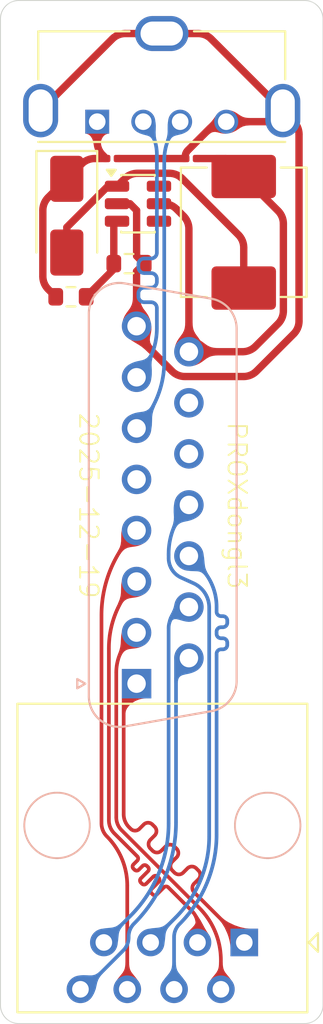
<source format=kicad_pcb>
(kicad_pcb (version 20241229) (generator "pcbnew") (generator_version "9.0")
  (layers (0 "F.Cu" signal) (2 "B.Cu" signal) (13 "F.Paste" user) (15 "B.Paste" user) (5 "F.SilkS" user "F.Silkscreen") (7 "B.SilkS" user "B.Silkscreen") (1 "F.Mask" user) (3 "B.Mask" user) (25 "Edge.Cuts" user))
  (net 0 "")
  (net 2 "/ETH_DC1+")
  (net 3 "/ETH_RX-")
  (net 4 "/ETH_TX+")
  (net 5 "/ETH_DC2+")
  (net 6 "/ETH_DC1-")
  (net 8 "/ETH_DC2-")
  (net 9 "/ETH_RX+")
  (net 10 "/ETH_TX-")
  (net 12 "/USB_D-")
  (net 13 "/USB_D+")
  (net 14 "+3V3")
  (net 15 "GND")
  (net 16 "+5V")
  (net 17 "Net-(D1-A)")
  (net 18 "Net-(U1-FB)")
  (footprint "Connector_USB:USB_A_Molex_105057_Vertical" (layer "F.Cu") (at 105.25 49.575)
    (property "Reference" "J3" (hide yes))
    (property "Value" "USB_A" (hide yes))
    (fp_line (start -3.2 -4.9) (end -3.2 -2.3) (stroke (width 0.12)) (layer "F.SilkS"))
    (fp_line (start -3.2 -4.9) (end 1.75 -4.9) (stroke (width 0.12)) (layer "F.SilkS"))
    (fp_line (start 10.2 -4.9) (end 5.25 -4.9) (stroke (width 0.12)) (layer "F.SilkS"))
    (fp_line (start 10.2 -4.9) (end 10.2 -2.3) (stroke (width 0.12)) (layer "F.SilkS"))
    (fp_line (start 10.2 1.1) (end -3.2 1.1) (stroke (width 0.12)) (layer "F.SilkS"))
    (pad "1" thru_hole rect (at 0 0) (size 1.3 1.3) (drill 0.9) (layers "*.Cu" "*.Mask") (net 16 "+5V"))
    (pad "2" thru_hole circle (at 2.5 0) (size 1.3 1.3) (drill 0.9) (layers "*.Cu" "*.Mask") (net 12 "/USB_D-"))
    (pad "3" thru_hole circle (at 4.5 0) (size 1.3 1.3) (drill 0.9) (layers "*.Cu" "*.Mask") (net 13 "/USB_D+"))
    (pad "4" thru_hole circle (at 7 0) (size 1.3 1.3) (drill 0.9) (layers "*.Cu" "*.Mask") (net 15 "GND"))
    (pad "5" thru_hole oval (at -3.07 -0.6 180) (size 1.9 2.9) (drill oval 1.3 2.3) (layers "*.Cu" "*.Mask") (net 15 "GND"))
    (pad "5" thru_hole oval (at 3.5 -4.78 90) (size 1.9 2.9) (drill oval 1.3 2.3) (layers "*.Cu" "*.Mask") (net 15 "GND"))
    (pad "5" thru_hole oval (at 10.07 -0.6) (size 1.9 2.9) (drill oval 1.3 2.3) (layers "*.Cu" "*.Mask") (net 15 "GND"))
  )
  (footprint "Diode_SMD:D_SMA" (layer "F.Cu") (at 103.6 54.675 -90)
    (property "Reference" "D1" (hide yes))
    (property "Value" "D" (hide yes))
    (fp_line (start -3.51 1.65) (end 2 1.65) (stroke (width 0.12)) (layer "F.SilkS"))
    (fp_line (start -3.51 -1.65) (end -3.51 1.65) (stroke (width 0.12)) (layer "F.SilkS"))
    (fp_line (start -3.51 -1.65) (end 2 -1.65) (stroke (width 0.12)) (layer "F.SilkS"))
    (pad "1" smd roundrect (at -2 0 270) (size 2.5 1.8) (layers "F.Cu" "F.Mask" "F.Paste") (roundrect_rratio 0.1388888889) (net 16 "+5V"))
    (pad "2" smd roundrect (at 2 0 270) (size 2.5 1.8) (layers "F.Cu" "F.Mask" "F.Paste") (roundrect_rratio 0.1388888889) (net 17 "Net-(D1-A)"))
  )
  (footprint "Package_TO_SOT_SMD:SOT-23-6" (layer "F.Cu") (at 107.4625 54.025)
    (property "Reference" "U1" (hide yes))
    (property "Value" "MT3608" (hide yes))
    (fp_line (start -0.91 -1.56) (end 0.91 -1.56) (stroke (width 0.12)) (layer "F.SilkS"))
    (fp_line (start -0.91 -1.51) (end -0.91 -1.56) (stroke (width 0.12)) (layer "F.SilkS"))
    (fp_line (start -0.91 1.56) (end -0.91 1.51) (stroke (width 0.12)) (layer "F.SilkS"))
    (fp_line (start 0.91 -1.56) (end 0.91 -1.51) (stroke (width 0.12)) (layer "F.SilkS"))
    (fp_line (start 0.91 1.51) (end 0.91 1.56) (stroke (width 0.12)) (layer "F.SilkS"))
    (fp_line (start 0.91 1.56) (end -0.91 1.56) (stroke (width 0.12)) (layer "F.SilkS"))
    (fp_poly (pts (xy -1.45 -1.51) (xy -1.69 -1.84) (xy -1.21 -1.84)) (stroke (width 0.12)) (fill yes) (layer "F.SilkS"))
    (pad "1" smd roundrect (at -1.1375 -0.95) (size 1.325 0.6) (layers "F.Cu" "F.Mask" "F.Paste") (net 17 "Net-(D1-A)"))
    (pad "2" smd roundrect (at -1.1375 0) (size 1.325 0.6) (layers "F.Cu" "F.Mask" "F.Paste") (net 15 "GND"))
    (pad "3" smd roundrect (at -1.1375 0.95) (size 1.325 0.6) (layers "F.Cu" "F.Mask" "F.Paste") (net 18 "Net-(U1-FB)"))
    (pad "4" smd roundrect (at 1.1375 0.95) (size 1.325 0.6) (layers "F.Cu" "F.Mask" "F.Paste"))
    (pad "5" smd roundrect (at 1.1375 0) (size 1.325 0.6) (layers "F.Cu" "F.Mask" "F.Paste") (net 14 "+3V3"))
    (pad "6" smd roundrect (at 1.1375 -0.95) (size 1.325 0.6) (layers "F.Cu" "F.Mask" "F.Paste"))
  )
  (footprint "Capacitor_SMD:C_0201_0603Metric" (layer "F.Cu") (at 106.055 51.575)
    (property "Reference" "C2" (hide yes))
    (property "Value" "22uF" (hide yes))
    (pad "1" smd roundrect (at -0.32 0) (size 0.46 0.4) (layers "F.Cu" "F.Mask") (net 16 "+5V"))
    (pad "2" smd roundrect (at 0.32 0) (size 0.46 0.4) (layers "F.Cu" "F.Mask") (net 15 "GND"))
  )
  (footprint "Inductor_SMD:L_APV_APH0630" (layer "F.Cu") (at 113.2 55.575 -90)
    (property "Reference" "L1" (hide yes))
    (property "Value" "4.7uH" (hide yes))
    (fp_line (start -3.51 3.41) (end -3.51 2.01) (stroke (width 0.12)) (layer "F.SilkS"))
    (fp_line (start 3.51 3.41) (end -3.51 3.41) (stroke (width 0.12)) (layer "F.SilkS"))
    (fp_line (start 3.51 2.01) (end 3.51 3.41) (stroke (width 0.12)) (layer "F.SilkS"))
    (fp_line (start -3.51 -2.01) (end -3.51 -3.41) (stroke (width 0.12)) (layer "F.SilkS"))
    (fp_line (start -3.51 -3.41) (end 3.51 -3.41) (stroke (width 0.12)) (layer "F.SilkS"))
    (fp_line (start 3.51 -3.41) (end 3.51 -2.01) (stroke (width 0.12)) (layer "F.SilkS"))
    (pad "1" smd roundrect (at -3.025 0 270) (size 2.35 3.5) (layers "F.Cu" "F.Mask" "F.Paste") (roundrect_rratio 0.106383) (net 14 "+3V3"))
    (pad "2" smd roundrect (at 3.025 0 270) (size 2.35 3.5) (layers "F.Cu" "F.Mask" "F.Paste") (roundrect_rratio 0.106383) (net 17 "Net-(D1-A)"))
  )
  (footprint "Resistor_SMD:R_0603_1608Metric" (layer "F.Cu") (at 106.975 57.275)
    (property "Reference" "R2" (hide yes))
    (property "Value" "15k" (hide yes))
    (fp_line (start -0.237258 -0.5225) (end 0.237258 -0.5225) (stroke (width 0.12)) (layer "F.SilkS"))
    (fp_line (start -0.237258 0.5225) (end 0.237258 0.5225) (stroke (width 0.12)) (layer "F.SilkS"))
    (pad "1" smd roundrect (at -0.825 0) (size 0.8 0.95) (layers "F.Cu" "F.Mask" "F.Paste") (net 18 "Net-(U1-FB)"))
    (pad "2" smd roundrect (at 0.825 0) (size 0.8 0.95) (layers "F.Cu" "F.Mask" "F.Paste") (net 15 "GND"))
  )
  (footprint "Resistor_SMD:R_0603_1608Metric" (layer "F.Cu") (at 103.825 59.075)
    (property "Reference" "R1" (hide yes))
    (property "Value" "110k" (hide yes))
    (fp_line (start -0.237258 -0.5225) (end 0.237258 -0.5225) (stroke (width 0.12)) (layer "F.SilkS"))
    (fp_line (start -0.237258 0.5225) (end 0.237258 0.5225) (stroke (width 0.12)) (layer "F.SilkS"))
    (pad "1" smd roundrect (at -0.825 0) (size 0.8 0.95) (layers "F.Cu" "F.Mask" "F.Paste") (net 16 "+5V"))
    (pad "2" smd roundrect (at 0.825 0) (size 0.8 0.95) (layers "F.Cu" "F.Mask" "F.Paste") (net 18 "Net-(U1-FB)"))
  )
  (footprint "Capacitor_SMD:C_0201_0603Metric" (layer "F.Cu") (at 110.345 51.575 180)
    (property "Reference" "C1" (hide yes))
    (property "Value" "22uF" (hide yes))
    (pad "1" smd roundrect (at -0.32 0 180) (size 0.46 0.4) (layers "F.Cu" "F.Mask") (net 14 "+3V3"))
    (pad "2" smd roundrect (at 0.32 0 180) (size 0.46 0.4) (layers "F.Cu" "F.Mask") (net 15 "GND"))
  )
  (footprint "Connector_RJ:RJ45_OST_PJ012-8P8CX_Vertical" (layer "F.Cu") (at 113.23 94.1 180)
    (property "Reference" "J2" (hide yes))
    (property "Value" "RJ45" (hide yes))
    (fp_line (start 12.31 12.95) (end -3.42 12.95) (stroke (width 0.12)) (layer "F.SilkS"))
    (fp_line (start 12.31 -3.79) (end 12.31 12.95) (stroke (width 0.12)) (layer "F.SilkS"))
    (fp_line (start 12.3 -3.79) (end -3.42 -3.79) (stroke (width 0.12)) (layer "F.SilkS"))
    (fp_line (start -3.42 -3.79) (end -3.42 12.95) (stroke (width 0.12)) (layer "F.SilkS"))
    (fp_line (start -3.5 0) (end -4 -0.5) (stroke (width 0.12)) (layer "F.SilkS"))
    (fp_line (start -4 0.5) (end -3.5 0) (stroke (width 0.12)) (layer "F.SilkS"))
    (fp_line (start -4 -0.5) (end -4 0.5) (stroke (width 0.12)) (layer "F.SilkS"))
    (pad "" np_thru_hole circle (at -1.27 6.35 180) (size 3.65 3.65) (drill 3.45) (layers "*.Cu" "*.SilkS" "*.Mask"))
    (pad "" np_thru_hole circle (at 10.16 6.35 180) (size 3.65 3.65) (drill 3.45) (layers "*.Cu" "*.SilkS" "*.Mask"))
    (pad "1" thru_hole rect (at 0 0 180) (size 1.5 1.5) (drill 0.9) (layers "*.Cu" "*.Mask") (net 4 "/ETH_TX+"))
    (pad "2" thru_hole circle (at 1.27 -2.54 180) (size 1.5 1.5) (drill 0.9) (layers "*.Cu" "*.Mask") (net 10 "/ETH_TX-"))
    (pad "3" thru_hole circle (at 2.54 0 180) (size 1.5 1.5) (drill 0.9) (layers "*.Cu" "*.Mask") (net 9 "/ETH_RX+"))
    (pad "4" thru_hole circle (at 3.81 -2.54 180) (size 1.5 1.5) (drill 0.9) (layers "*.Cu" "*.Mask") (net 2 "/ETH_DC1+"))
    (pad "5" thru_hole circle (at 5.08 0 180) (size 1.5 1.5) (drill 0.9) (layers "*.Cu" "*.Mask") (net 5 "/ETH_DC2+"))
    (pad "6" thru_hole circle (at 6.35 -2.54 180) (size 1.5 1.5) (drill 0.9) (layers "*.Cu" "*.Mask") (net 3 "/ETH_RX-"))
    (pad "7" thru_hole circle (at 7.62 0 180) (size 1.5 1.5) (drill 0.9) (layers "*.Cu" "*.Mask") (net 6 "/ETH_DC1-"))
    (pad "8" thru_hole circle (at 8.89 -2.54 180) (size 1.5 1.5) (drill 0.9) (layers "*.Cu" "*.Mask") (net 8 "/ETH_DC2-"))
  )
  (footprint "Connector_Dsub:DSUB-15_Socket_Vertical_P2.77x2.84mm" (layer "B.Cu") (at 107.385 80.06 -90)
    (property "Reference" "J1" (hide yes))
    (property "Value" "DA15_Socket" (hide yes))
    (fp_line (start -0.248149 3.216506) (end 0.251851 3.216506) (stroke (width 0.12)) (layer "B.SilkS"))
    (fp_line (start 0.251851 3.216506) (end 0.001851 2.783493) (stroke (width 0.12)) (layer "B.SilkS"))
    (fp_line (start 0.001851 2.783493) (end -0.248149 3.216506) (stroke (width 0.12)) (layer "B.SilkS"))
    (fp_line (start -20.076689 2.59) (end 0.686689 2.59) (stroke (width 0.12)) (layer "B.SilkS"))
    (fp_line (start 2.32147 0.641744) (end 1.492733 -4.058256) (stroke (width 0.12)) (layer "B.SilkS"))
    (fp_line (start -20.882733 -4.058256) (end -21.71147 0.641744) (stroke (width 0.12)) (layer "B.SilkS"))
    (fp_line (start -0.142048 -5.43) (end -19.247952 -5.43) (stroke (width 0.12)) (layer "B.SilkS"))
    (fp_arc (start -20.076689 2.59) (mid -21.348323 1.997027) (end -21.71147 0.641744) (stroke (width 0.12)) (layer "B.SilkS"))
    (fp_arc (start 2.32147 0.641744) (mid 1.958323 1.997027) (end 0.686689 2.59) (stroke (width 0.12)) (layer "B.SilkS"))
    (fp_arc (start -20.882733 -4.058256) (mid -20.31498 -5.041634) (end -19.247952 -5.43) (stroke (width 0.12)) (layer "B.SilkS"))
    (fp_arc (start -0.142048 -5.43) (mid 0.92498 -5.041634) (end 1.492733 -4.058256) (stroke (width 0.12)) (layer "B.SilkS"))
    (pad "1" thru_hole rect (at 0 0 270) (size 1.6 1.6) (drill 1) (layers "*.Cu" "*.Mask") (net 4 "/ETH_TX+"))
    (pad "2" thru_hole circle (at -2.77 0 270) (size 1.6 1.6) (drill 1) (layers "*.Cu" "*.Mask") (net 10 "/ETH_TX-"))
    (pad "3" thru_hole circle (at -5.54 0 270) (size 1.6 1.6) (drill 1) (layers "*.Cu" "*.Mask") (net 9 "/ETH_RX+"))
    (pad "4" thru_hole circle (at -8.31 0 270) (size 1.6 1.6) (drill 1) (layers "*.Cu" "*.Mask") (net 3 "/ETH_RX-"))
    (pad "5" thru_hole circle (at -11.08 0 270) (size 1.6 1.6) (drill 1) (layers "*.Cu" "*.Mask"))
    (pad "6" thru_hole circle (at -13.85 0 270) (size 1.6 1.6) (drill 1) (layers "*.Cu" "*.Mask") (net 13 "/USB_D+"))
    (pad "7" thru_hole circle (at -16.62 0 270) (size 1.6 1.6) (drill 1) (layers "*.Cu" "*.Mask") (net 12 "/USB_D-"))
    (pad "8" thru_hole circle (at -19.39 0 270) (size 1.6 1.6) (drill 1) (layers "*.Cu" "*.Mask") (net 15 "GND"))
    (pad "9" thru_hole circle (at -1.385 -2.84 270) (size 1.6 1.6) (drill 1) (layers "*.Cu" "*.Mask") (net 8 "/ETH_DC2-"))
    (pad "10" thru_hole circle (at -4.155 -2.84 270) (size 1.6 1.6) (drill 1) (layers "*.Cu" "*.Mask") (net 6 "/ETH_DC1-"))
    (pad "11" thru_hole circle (at -6.925 -2.84 270) (size 1.6 1.6) (drill 1) (layers "*.Cu" "*.Mask") (net 2 "/ETH_DC1+"))
    (pad "12" thru_hole circle (at -9.695 -2.84 270) (size 1.6 1.6) (drill 1) (layers "*.Cu" "*.Mask") (net 5 "/ETH_DC2+"))
    (pad "13" thru_hole circle (at -12.465 -2.84 270) (size 1.6 1.6) (drill 1) (layers "*.Cu" "*.Mask"))
    (pad "14" thru_hole circle (at -15.235 -2.84 270) (size 1.6 1.6) (drill 1) (layers "*.Cu" "*.Mask"))
    (pad "15" thru_hole circle (at -18.005 -2.84 270) (size 1.6 1.6) (drill 1) (layers "*.Cu" "*.Mask") (net 14 "+3V3"))
  )
  (gr_line (start 100 97.5) (end 100 44) (stroke (width 0.05)) (layer "Edge.Cuts"))
  (gr_line (start 117.5 44) (end 117.5 97.5) (stroke (width 0.05)) (layer "Edge.Cuts"))
  (gr_line (start 101 43) (end 116.5 43) (stroke (width 0.05)) (layer "Edge.Cuts"))
  (gr_arc (start 116.5 43) (mid 117.207107 43.292893) (end 117.5 44) (stroke (width 0.05)) (layer "Edge.Cuts"))
  (gr_arc (start 101 98.5) (mid 100.292893 98.207107) (end 100 97.5) (stroke (width 0.05)) (layer "Edge.Cuts"))
  (gr_line (start 116.5 98.5) (end 101 98.5) (stroke (width 0.05)) (layer "Edge.Cuts"))
  (gr_arc (start 117.5 97.5) (mid 117.207107 98.207107) (end 116.5 98.5) (stroke (width 0.05)) (layer "Edge.Cuts"))
  (gr_arc (start 100 44) (mid 100.292893 43.292893) (end 101 43) (stroke (width 0.05)) (layer "Edge.Cuts"))
  (gr_text "PROXdongl3\n\n\n\n\n2025-12-19" (at 104.2 70.4 270) (layer "F.SilkS") (effects (font (size 1 1) (thickness 0.1)) (justify bottom)))
  (segment (start 109.42 93.811314) (end 109.42 96.64) (width 0.2) (layer "B.Cu") (net 2))
  (segment (start 111.727 78.438473) (end 111.727 78.558473) (width 0.2) (layer "B.Cu") (net 2))
  (segment (start 112.307 77.838473) (end 112.307 77.958473) (width 0.2) (layer "B.Cu") (net 2))
  (segment (start 110.225 73.135) (end 110.837673 73.747673) (width 0.2) (layer "B.Cu") (net 2))
  (segment (start 111.967 76.398473) (end 112.067 76.398473) (width 0.2) (layer "B.Cu") (net 2))
  (segment (start 111.727 78.611757) (end 111.727 79.948824) (width 0.2) (layer "B.Cu") (net 2))
  (segment (start 111.727 78.558473) (end 111.727 78.611757) (width 0.2) (layer "B.Cu") (net 2))
  (segment (start 112.307 76.638473) (end 112.307 76.758473) (width 0.2) (layer "B.Cu") (net 2))
  (segment (start 112.067 76.998473) (end 111.967 76.998473) (width 0.2) (layer "B.Cu") (net 2))
  (segment (start 111.727 79.948824) (end 111.727 88.241834) (width 0.2) (layer "B.Cu") (net 2))
  (segment (start 112.067 78.198473) (end 111.967 78.198473) (width 0.2) (layer "B.Cu") (net 2))
  (segment (start 111.727005 75.894771) (end 111.727 76.158473) (width 0.2) (layer "B.Cu") (net 2))
  (segment (start 111.727 77.238473) (end 111.727 77.358473) (width 0.2) (layer "B.Cu") (net 2))
  (segment (start 111.967 77.598473) (end 112.067 77.598473) (width 0.2) (layer "B.Cu") (net 2))
  (arc (start 111.727 88.241834) (mid 111.203571 90.873289) (end 109.712893 93.104207) (width 0.2) (layer "B.Cu") (net 2))
  (arc (start 111.727 77.358473) (mid 111.797294 77.528179) (end 111.967 77.598473) (width 0.2) (layer "B.Cu") (net 2))
  (arc (start 111.967 76.998473) (mid 111.797294 77.068767) (end 111.727 77.238473) (width 0.2) (layer "B.Cu") (net 2))
  (arc (start 112.307 77.958473) (mid 112.236706 78.128179) (end 112.067 78.198473) (width 0.2) (layer "B.Cu") (net 2))
  (arc (start 112.307 76.758473) (mid 112.236706 76.928179) (end 112.067 76.998473) (width 0.2) (layer "B.Cu") (net 2))
  (arc (start 111.727 76.158473) (mid 111.797294 76.328179) (end 111.967 76.398473) (width 0.2) (layer "B.Cu") (net 2))
  (arc (start 112.067 76.398473) (mid 112.236706 76.468767) (end 112.307 76.638473) (width 0.2) (layer "B.Cu") (net 2))
  (arc (start 109.712893 93.104207) (mid 109.49612 93.428631) (end 109.42 93.811314) (width 0.2) (layer "B.Cu") (net 2))
  (arc (start 110.837673 73.747673) (mid 111.495887 74.73277) (end 111.727005 75.894771) (width 0.2) (layer "B.Cu") (net 2))
  (arc (start 112.067 77.598473) (mid 112.236706 77.668767) (end 112.307 77.838473) (width 0.2) (layer "B.Cu") (net 2))
  (arc (start 111.967 78.198473) (mid 111.797294 78.268767) (end 111.727 78.438473) (width 0.2) (layer "B.Cu") (net 2))
  (segment (start 106.88 96.64) (end 106.88 91.014127) (width 0.2) (layer "F.Cu") (net 3))
  (segment (start 105.482 87.639086) (end 105.482 76.344198) (width 0.2) (layer "F.Cu") (net 3))
  (arc (start 105.774893 88.346193) (mid 106.592798 89.570264) (end 106.88 91.014127) (width 0.2) (layer "F.Cu") (net 3))
  (arc (start 107.385 71.75) (mid 105.976563 73.857856) (end 105.482 76.344198) (width 0.2) (layer "F.Cu") (net 3))
  (arc (start 105.774893 88.346193) (mid 105.55812 88.02177) (end 105.482 87.639086) (width 0.2) (layer "F.Cu") (net 3))
  (segment (start 106.685 80.76) (end 106.685 87.140786) (width 0.2) (layer "F.Cu") (net 4))
  (segment (start 108.728115 89.12294) (end 108.960045 88.891007) (width 0.2) (layer "F.Cu") (net 4))
  (segment (start 110.62316 90.078947) (end 110.741953 90.19774) (width 0.2) (layer "F.Cu") (net 4))
  (segment (start 107.385 80.06) (end 106.685 80.76) (width 0.2) (layer "F.Cu") (net 4))
  (segment (start 110.741953 90.672916) (end 110.51002 90.904846) (width 0.2) (layer "F.Cu") (net 4))
  (segment (start 107.385 80.06) (end 106.977893 80.467107) (width 0.2) (layer "F.Cu") (net 4))
  (segment (start 107.540176 87.935001) (end 107.772106 87.703068) (width 0.2) (layer "F.Cu") (net 4))
  (segment (start 109.554014 89.484977) (end 109.322081 89.716907) (width 0.2) (layer "F.Cu") (net 4))
  (segment (start 109.916054 90.310879) (end 110.147984 90.078946) (width 0.2) (layer "F.Cu") (net 4))
  (segment (start 110.628817 91.498817) (end 111.065 91.935) (width 0.2) (layer "F.Cu") (net 4))
  (segment (start 109.435221 88.891008) (end 109.554014 89.009801) (width 0.2) (layer "F.Cu") (net 4))
  (segment (start 109.322082 90.192083) (end 109.440878 90.310878) (width 0.2) (layer "F.Cu") (net 4))
  (segment (start 108.366075 88.297038) (end 108.134142 88.528968) (width 0.2) (layer "F.Cu") (net 4))
  (segment (start 111.065 91.935) (end 113.23 94.1) (width 0.2) (layer "F.Cu") (net 4))
  (segment (start 108.247282 87.703069) (end 108.366075 87.821862) (width 0.2) (layer "F.Cu") (net 4))
  (segment (start 110.510021 91.380022) (end 110.628817 91.498817) (width 0.2) (layer "F.Cu") (net 4))
  (segment (start 106.977893 87.847893) (end 107.065 87.935) (width 0.2) (layer "F.Cu") (net 4))
  (segment (start 108.134143 89.004144) (end 108.252939 89.122939) (width 0.2) (layer "F.Cu") (net 4))
  (arc (start 108.134142 88.528968) (mid 108.035731 88.766556) (end 108.134143 89.004144) (width 0.2) (layer "F.Cu") (net 4))
  (arc (start 110.51002 90.904846) (mid 110.411609 91.142434) (end 110.510021 91.380022) (width 0.2) (layer "F.Cu") (net 4))
  (arc (start 109.440878 90.310878) (mid 109.678467 90.40929) (end 109.916054 90.310879) (width 0.2) (layer "F.Cu") (net 4))
  (arc (start 110.147984 90.078946) (mid 110.385572 89.980535) (end 110.62316 90.078947) (width 0.2) (layer "F.Cu") (net 4))
  (arc (start 110.741953 90.19774) (mid 110.840365 90.435328) (end 110.741953 90.672916) (width 0.2) (layer "F.Cu") (net 4))
  (arc (start 107.065 87.935) (mid 107.302589 88.033412) (end 107.540176 87.935001) (width 0.2) (layer "F.Cu") (net 4))
  (arc (start 108.366075 87.821862) (mid 108.464487 88.05945) (end 108.366075 88.297038) (width 0.2) (layer "F.Cu") (net 4))
  (arc (start 108.252939 89.122939) (mid 108.490528 89.221351) (end 108.728115 89.12294) (width 0.2) (layer "F.Cu") (net 4))
  (arc (start 107.772106 87.703068) (mid 108.009694 87.604657) (end 108.247282 87.703069) (width 0.2) (layer "F.Cu") (net 4))
  (arc (start 109.554014 89.009801) (mid 109.652426 89.247389) (end 109.554014 89.484977) (width 0.2) (layer "F.Cu") (net 4))
  (arc (start 106.685 87.140786) (mid 106.76112 87.52347) (end 106.977893 87.847893) (width 0.2) (layer "F.Cu") (net 4))
  (arc (start 109.322081 89.716907) (mid 109.22367 89.954495) (end 109.322082 90.192083) (width 0.2) (layer "F.Cu") (net 4))
  (arc (start 108.960045 88.891007) (mid 109.197633 88.792596) (end 109.435221 88.891008) (width 0.2) (layer "F.Cu") (net 4))
  (segment (start 111.326 75.937102) (end 111.326 88.341275) (width 0.2) (layer "B.Cu") (net 5))
  (segment (start 109.4997 92.750316) (end 108.15 94.1) (width 0.2) (layer "B.Cu") (net 5))
  (segment (start 109.123999 73.094481) (end 109.123997 73.24715) (width 0.2) (layer "B.Cu") (net 5))
  (segment (start 109.124 73.050762) (end 109.123999 73.094481) (width 0.2) (layer "B.Cu") (net 5))
  (segment (start 109.124 73.022931) (end 109.124 73.050762) (width 0.2) (layer "B.Cu") (net 5))
  (segment (start 109.80946 74.311291) (end 110.472761 74.612516) (width 0.2) (layer "B.Cu") (net 5))
  (arc (start 109.123997 73.24715) (mid 109.310191 73.880054) (end 109.80946 74.311291) (width 0.2) (layer "B.Cu") (net 5))
  (arc (start 110.225 70.365) (mid 109.410133 71.584481) (end 109.124 73.022931) (width 0.2) (layer "B.Cu") (net 5))
  (arc (start 111.326 88.341275) (mid 110.85136 90.727434) (end 109.4997 92.750316) (width 0.2) (layer "B.Cu") (net 5))
  (arc (start 111.326 75.937102) (mid 111.094227 75.149297) (end 110.472761 74.612516) (width 0.2) (layer "B.Cu") (net 5))
  (segment (start 109.416893 76.333107) (end 109.845 75.905) (width 0.2) (layer "B.Cu") (net 6))
  (segment (start 109.124 87.641773) (end 109.124 77.040214) (width 0.2) (layer "B.Cu") (net 6))
  (segment (start 109.845 75.905) (end 110.225 75.905) (width 0.2) (layer "B.Cu") (net 6))
  (segment (start 105.61 94.1) (end 107.042033 92.668001) (width 0.2) (layer "B.Cu") (net 6))
  (segment (start 105.61 94.1) (end 105.5 93.99) (width 0.2) (layer "B.Cu") (net 6))
  (arc (start 107.042033 92.668001) (mid 108.582913 90.361955) (end 109.124 87.641773) (width 0.2) (layer "B.Cu") (net 6))
  (arc (start 109.416893 76.333107) (mid 109.20012 76.65753) (end 109.124 77.040214) (width 0.2) (layer "B.Cu") (net 6))
  (segment (start 106.953893 93.828232) (end 106.953893 93.785982) (width 0.2) (layer "B.Cu") (net 8))
  (segment (start 109.525 87.578835) (end 109.525 79.789214) (width 0.2) (layer "B.Cu") (net 8))
  (segment (start 104.556339 96.64) (end 106.661 94.535339) (width 0.2) (layer "B.Cu") (net 8))
  (segment (start 104.34 96.64) (end 104.556339 96.64) (width 0.2) (layer "B.Cu") (net 8))
  (segment (start 109.817893 79.082107) (end 110.225 78.675) (width 0.2) (layer "B.Cu") (net 8))
  (arc (start 109.525 79.789214) (mid 109.60112 79.406531) (end 109.817893 79.082107) (width 0.2) (layer "B.Cu") (net 8))
  (arc (start 106.953893 93.785982) (mid 107.030013 93.403299) (end 107.246786 93.078875) (width 0.2) (layer "B.Cu") (net 8))
  (arc (start 106.661 94.535339) (mid 106.877773 94.210916) (end 106.953893 93.828232) (width 0.2) (layer "B.Cu") (net 8))
  (arc (start 107.246786 93.078875) (mid 108.932921 90.555415) (end 109.525 87.578835) (width 0.2) (layer "B.Cu") (net 8))
  (segment (start 109.162381 91.166581) (end 109.3279 91.3321) (width 0.2) (layer "F.Cu") (net 9))
  (segment (start 109.104397 91.108597) (end 109.162381 91.166581) (width 0.2) (layer "F.Cu") (net 9))
  (segment (start 108.002727 90.238858) (end 107.619475 90.622109) (width 0.2) (layer "F.Cu") (net 9))
  (segment (start 107.4229 89.659031) (end 107.216424 89.865506) (width 0.2) (layer "F.Cu") (net 9))
  (segment (start 108.199302 91.433867) (end 108.257284 91.491849) (width 0.2) (layer "F.Cu") (net 9))
  (segment (start 107.216424 90.097437) (end 107.274406 90.155419) (width 0.2) (layer "F.Cu") (net 9))
  (segment (start 109.3279 91.3321) (end 110.281037 92.285237) (width 0.2) (layer "F.Cu") (net 9))
  (segment (start 110.281037 92.285237) (end 110.397107 92.401307) (width 0.2) (layer "F.Cu") (net 9))
  (segment (start 107.944743 89.948943) (end 108.002727 90.006927) (width 0.2) (layer "F.Cu") (net 9))
  (segment (start 107.506337 90.155419) (end 107.712812 89.948943) (width 0.2) (layer "F.Cu") (net 9))
  (segment (start 107.909388 90.912022) (end 108.292639 90.52877) (width 0.2) (layer "F.Cu") (net 9))
  (segment (start 108.582554 90.818685) (end 108.199302 91.201936) (width 0.2) (layer "F.Cu") (net 9))
  (segment (start 107.619475 90.85404) (end 107.677457 90.912022) (width 0.2) (layer "F.Cu") (net 9))
  (segment (start 105.883 78.146129) (end 105.883 87.472986) (width 0.2) (layer "F.Cu") (net 9))
  (segment (start 108.52457 90.52877) (end 108.582554 90.586754) (width 0.2) (layer "F.Cu") (net 9))
  (segment (start 106.175893 88.180093) (end 107.4229 89.4271) (width 0.2) (layer "F.Cu") (net 9))
  (segment (start 108.489215 91.491849) (end 108.872466 91.108597) (width 0.2) (layer "F.Cu") (net 9))
  (segment (start 110.69 93.108414) (end 110.69 94.1) (width 0.2) (layer "F.Cu") (net 9))
  (arc (start 107.677457 90.912022) (mid 107.793423 90.960056) (end 107.909388 90.912022) (width 0.2) (layer "F.Cu") (net 9))
  (arc (start 110.397107 92.401307) (mid 110.61388 92.725731) (end 110.69 93.108414) (width 0.2) (layer "F.Cu") (net 9))
  (arc (start 105.883 87.472986) (mid 105.95912 87.855669) (end 106.175893 88.180093) (width 0.2) (layer "F.Cu") (net 9))
  (arc (start 108.199302 91.201936) (mid 108.151268 91.317901) (end 108.199302 91.433867) (width 0.2) (layer "F.Cu") (net 9))
  (arc (start 107.4229 89.4271) (mid 107.470934 89.543066) (end 107.4229 89.659031) (width 0.2) (layer "F.Cu") (net 9))
  (arc (start 108.002727 90.006927) (mid 108.050761 90.122893) (end 108.002727 90.238858) (width 0.2) (layer "F.Cu") (net 9))
  (arc (start 107.619475 90.622109) (mid 107.571441 90.738074) (end 107.619475 90.85404) (width 0.2) (layer "F.Cu") (net 9))
  (arc (start 107.712812 89.948943) (mid 107.828777 89.900909) (end 107.944743 89.948943) (width 0.2) (layer "F.Cu") (net 9))
  (arc (start 108.292639 90.52877) (mid 108.408604 90.480736) (end 108.52457 90.52877) (width 0.2) (layer "F.Cu") (net 9))
  (arc (start 108.582554 90.586754) (mid 108.630588 90.70272) (end 108.582554 90.818685) (width 0.2) (layer "F.Cu") (net 9))
  (arc (start 107.274406 90.155419) (mid 107.390372 90.203453) (end 107.506337 90.155419) (width 0.2) (layer "F.Cu") (net 9))
  (arc (start 107.216424 89.865506) (mid 107.16839 89.981471) (end 107.216424 90.097437) (width 0.2) (layer "F.Cu") (net 9))
  (arc (start 107.385 74.52) (mid 106.273353 76.18369) (end 105.883 78.146129) (width 0.2) (layer "F.Cu") (net 9))
  (arc (start 108.872466 91.108597) (mid 108.988431 91.060563) (end 109.104397 91.108597) (width 0.2) (layer "F.Cu") (net 9))
  (arc (start 108.257284 91.491849) (mid 108.37325 91.539883) (end 108.489215 91.491849) (width 0.2) (layer "F.Cu") (net 9))
  (segment (start 111.96 96.64) (end 111.96 95.064265) (width 0.2) (layer "F.Cu") (net 10))
  (segment (start 110.781137 92.218237) (end 106.576893 88.013993) (width 0.2) (layer "F.Cu") (net 10))
  (segment (start 107.037789 77.637211) (end 107.385 77.29) (width 0.2) (layer "F.Cu") (net 10))
  (segment (start 106.284 87.306886) (end 106.284 79.457019) (width 0.2) (layer "F.Cu") (net 10))
  (arc (start 106.576893 88.013993) (mid 106.36012 87.68957) (end 106.284 87.306886) (width 0.2) (layer "F.Cu") (net 10))
  (arc (start 107.037789 77.637211) (mid 106.479903 78.472146) (end 106.284 79.457019) (width 0.2) (layer "F.Cu") (net 10))
  (arc (start 111.96 95.064265) (mid 111.653623 93.524006) (end 110.781137 92.218237) (width 0.2) (layer "F.Cu") (net 10))
  (segment (start 108.486 60.381945) (end 108.486 60.686014) (width 0.2) (layer "B.Cu") (net 12))
  (segment (start 107.486 58.894642) (end 107.486 59.052642) (width 0.2) (layer "B.Cu") (net 12))
  (segment (start 107.802 57.788642) (end 108.17 57.788642) (width 0.2) (layer "B.Cu") (net 12))
  (segment (start 108.17 56.998642) (end 107.802 56.998642) (width 0.2) (layer "B.Cu") (net 12))
  (segment (start 107.486 57.314642) (end 107.486 57.472642) (width 0.2) (layer "B.Cu") (net 12))
  (segment (start 108.486 51.351842) (end 108.486 51.796628) (width 0.2) (layer "B.Cu") (net 12))
  (segment (start 107.802 59.368642) (end 108.17 59.368642) (width 0.2) (layer "B.Cu") (net 12))
  (segment (start 108.486 59.842642) (end 108.486 60.381945) (width 0.2) (layer "B.Cu") (net 12))
  (segment (start 108.17 58.578642) (end 107.802 58.578642) (width 0.2) (layer "B.Cu") (net 12))
  (segment (start 108.486 51.796628) (end 108.486 56.682642) (width 0.2) (layer "B.Cu") (net 12))
  (segment (start 108.486 58.104642) (end 108.486 58.262642) (width 0.2) (layer "B.Cu") (net 12))
  (segment (start 108.486 59.684642) (end 108.486 59.842642) (width 0.2) (layer "B.Cu") (net 12))
  (segment (start 108.486 60.686014) (end 108.486 60.781945) (width 0.2) (layer "B.Cu") (net 12))
  (arc (start 107.802 58.578642) (mid 107.578554 58.671196) (end 107.486 58.894642) (width 0.2) (layer "B.Cu") (net 12))
  (arc (start 108.486 58.262642) (mid 108.393446 58.486088) (end 108.17 58.578642) (width 0.2) (layer "B.Cu") (net 12))
  (arc (start 108.17 59.368642) (mid 108.393446 59.461196) (end 108.486 59.684642) (width 0.2) (layer "B.Cu") (net 12))
  (arc (start 108.486 56.682642) (mid 108.393446 56.906088) (end 108.17 56.998642) (width 0.2) (layer "B.Cu") (net 12))
  (arc (start 107.486 59.052642) (mid 107.578554 59.276088) (end 107.802 59.368642) (width 0.2) (layer "B.Cu") (net 12))
  (arc (start 107.802 56.998642) (mid 107.578554 57.091196) (end 107.486 57.314642) (width 0.2) (layer "B.Cu") (net 12))
  (arc (start 107.75 49.575) (mid 108.294723 50.390229) (end 108.486 51.351842) (width 0.2) (layer "B.Cu") (net 12))
  (arc (start 108.486 60.781945) (mid 108.199858 62.220476) (end 107.385 63.44) (width 0.2) (layer "B.Cu") (net 12))
  (arc (start 107.486 57.472642) (mid 107.578554 57.696088) (end 107.802 57.788642) (width 0.2) (layer "B.Cu") (net 12))
  (arc (start 108.17 57.788642) (mid 108.393446 57.881196) (end 108.486 58.104642) (width 0.2) (layer "B.Cu") (net 12))
  (segment (start 108.887 51.658474) (end 108.887 62.583871) (width 0.2) (layer "B.Cu") (net 13))
  (arc (start 109.75 49.575) (mid 109.111288 50.530903) (end 108.887 51.658474) (width 0.2) (layer "B.Cu") (net 13))
  (arc (start 107.385 66.21) (mid 108.496646 64.546311) (end 108.887 62.583871) (width 0.2) (layer "B.Cu") (net 13))
  (segment (start 110.225 55.401715) (end 110.225 62.055) (width 0.4) (layer "F.Cu") (net 14))
  (segment (start 109.555392 54.317893) (end 109.932107 54.694608) (width 0.4) (layer "F.Cu") (net 14))
  (segment (start 115.058107 54.408107) (end 113.2 52.55) (width 0.4) (layer "F.Cu") (net 14))
  (segment (start 112.225 51.575) (end 113.2 52.55) (width 0.4) (layer "F.Cu") (net 14))
  (segment (start 108.6 54.025) (end 108.848285 54.025) (width 0.4) (layer "F.Cu") (net 14))
  (segment (start 115.351 59.834786) (end 115.351 55.115214) (width 0.4) (layer "F.Cu") (net 14))
  (segment (start 110.225 62.055) (end 113.130786 62.055) (width 0.4) (layer "F.Cu") (net 14))
  (segment (start 113.837893 61.762107) (end 115.058107 60.541893) (width 0.4) (layer "F.Cu") (net 14))
  (segment (start 110.665 51.575) (end 112.225 51.575) (width 0.4) (layer "F.Cu") (net 14))
  (arc (start 115.351 55.115214) (mid 115.27488 54.732531) (end 115.058107 54.408107) (width 0.4) (layer "F.Cu") (net 14))
  (arc (start 109.555392 54.317893) (mid 109.230969 54.10112) (end 108.848285 54.025) (width 0.4) (layer "F.Cu") (net 14))
  (arc (start 115.058107 60.541893) (mid 115.27488 60.21747) (end 115.351 59.834786) (width 0.4) (layer "F.Cu") (net 14))
  (arc (start 113.130786 62.055) (mid 113.513469 61.97888) (end 113.837893 61.762107) (width 0.4) (layer "F.Cu") (net 14))
  (arc (start 109.932107 54.694608) (mid 110.14888 55.019031) (end 110.225 55.401715) (width 0.4) (layer "F.Cu") (net 14))
  (segment (start 115.907107 49.562107) (end 115.32 48.975) (width 0.4) (layer "F.Cu") (net 15))
  (segment (start 106.067107 45.087893) (end 102.18 48.975) (width 0.4) (layer "F.Cu") (net 15))
  (segment (start 108.75 44.795) (end 110.725786 44.795) (width 0.4) (layer "F.Cu") (net 15))
  (segment (start 116.2 60.385786) (end 116.2 50.269214) (width 0.4) (layer "F.Cu") (net 15))
  (segment (start 107.385 57.69) (end 107.8 57.275) (width 0.4) (layer "F.Cu") (net 15))
  (segment (start 108.75 44.795) (end 106.774214 44.795) (width 0.4) (layer "F.Cu") (net 15))
  (segment (start 107.3885 56.8635) (end 107.3885 54.3885) (width 0.4) (layer "F.Cu") (net 15))
  (segment (start 110.014214 63.4) (end 113.185786 63.4) (width 0.4) (layer "F.Cu") (net 15))
  (segment (start 107.385 60.67) (end 107.385 60.770786) (width 0.4) (layer "F.Cu") (net 15))
  (segment (start 114.72 49.575) (end 115.32 48.975) (width 0.4) (layer "F.Cu") (net 15))
  (segment (start 106.375 51.575) (end 110.025 51.575) (width 0.4) (layer "F.Cu") (net 15))
  (segment (start 107.379675 60.864675) (end 107.385 60.87) (width 0.2) (layer "F.Cu") (net 15))
  (segment (start 107.385 60.67) (end 107.385 57.69) (width 0.4) (layer "F.Cu") (net 15))
  (segment (start 110.171437 51.127271) (end 111.351631 49.947077) (width 0.4) (layer "F.Cu") (net 15))
  (segment (start 107.3885 54.3885) (end 107.025 54.025) (width 0.4) (layer "F.Cu") (net 15))
  (segment (start 113.892893 63.107107) (end 115.907107 61.092893) (width 0.4) (layer "F.Cu") (net 15))
  (segment (start 112.25 49.575) (end 114.72 49.575) (width 0.4) (layer "F.Cu") (net 15))
  (segment (start 107.025 54.025) (end 106.325 54.025) (width 0.4) (layer "F.Cu") (net 15))
  (segment (start 110.025 51.575) (end 110.025 51.480815) (width 0.4) (layer "F.Cu") (net 15))
  (segment (start 111.432893 45.087893) (end 115.32 48.975) (width 0.4) (layer "F.Cu") (net 15))
  (segment (start 107.8 57.275) (end 107.3885 56.8635) (width 0.4) (layer "F.Cu") (net 15))
  (segment (start 107.677893 61.477893) (end 109.307107 63.107107) (width 0.4) (layer "F.Cu") (net 15))
  (arc (start 111.432893 45.087893) (mid 111.10847 44.87112) (end 110.725786 44.795) (width 0.4) (layer "F.Cu") (net 15))
  (arc (start 113.892893 63.107107) (mid 113.56847 63.32388) (end 113.185786 63.4) (width 0.4) (layer "F.Cu") (net 15))
  (arc (start 109.307107 63.107107) (mid 109.63153 63.32388) (end 110.014214 63.4) (width 0.4) (layer "F.Cu") (net 15))
  (arc (start 107.385 60.770786) (mid 107.46112 61.153469) (end 107.677893 61.477893) (width 0.4) (layer "F.Cu") (net 15))
  (arc (start 115.907107 61.092893) (mid 116.12388 60.76847) (end 116.2 60.385786) (width 0.4) (layer "F.Cu") (net 15))
  (arc (start 116.2 50.269214) (mid 116.12388 49.886531) (end 115.907107 49.562107) (width 0.4) (layer "F.Cu") (net 15))
  (arc (start 110.025 51.480815) (mid 110.063055 51.289478) (end 110.171437 51.127271) (width 0.4) (layer "F.Cu") (net 15))
  (arc (start 111.351631 49.947077) (mid 111.763762 49.6717) (end 112.25 49.575) (width 0.4) (layer "F.Cu") (net 15))
  (arc (start 106.067107 45.087893) (mid 106.39153 44.87112) (end 106.774214 44.795) (width 0.4) (layer "F.Cu") (net 15))
  (segment (start 102.591893 58.666893) (end 103 59.075) (width 0.4) (layer "F.Cu") (net 16))
  (segment (start 105.735 51.575) (end 105.114214 51.575) (width 0.4) (layer "F.Cu") (net 16))
  (segment (start 102.299 54.390214) (end 102.299 57.959786) (width 0.4) (layer "F.Cu") (net 16))
  (segment (start 105.542893 51.382893) (end 105.735 51.575) (width 0.4) (layer "F.Cu") (net 16))
  (segment (start 105.25 49.575) (end 105.25 50.675786) (width 0.4) (layer "F.Cu") (net 16))
  (segment (start 104.407107 51.867893) (end 103.6 52.675) (width 0.4) (layer "F.Cu") (net 16))
  (segment (start 103.6 52.675) (end 102.591893 53.683107) (width 0.4) (layer "F.Cu") (net 16))
  (arc (start 105.542893 51.382893) (mid 105.32612 51.05847) (end 105.25 50.675786) (width 0.4) (layer "F.Cu") (net 16))
  (arc (start 102.299 54.390214) (mid 102.37512 54.007531) (end 102.591893 53.683107) (width 0.4) (layer "F.Cu") (net 16))
  (arc (start 102.299 57.959786) (mid 102.37512 58.342469) (end 102.591893 58.666893) (width 0.4) (layer "F.Cu") (net 16))
  (arc (start 105.114214 51.575) (mid 104.731531 51.65112) (end 104.407107 51.867893) (width 0.4) (layer "F.Cu") (net 16))
  (segment (start 107.440214 52.374) (end 109.159786 52.374) (width 0.4) (layer "F.Cu") (net 17))
  (segment (start 109.866893 52.666893) (end 112.907107 55.707107) (width 0.4) (layer "F.Cu") (net 17))
  (segment (start 113.2 56.414214) (end 113.2 58.6) (width 0.4) (layer "F.Cu") (net 17))
  (segment (start 103.6 55.304112) (end 105.829112 53.075) (width 0.4) (layer "F.Cu") (net 17))
  (segment (start 106.325 53.075) (end 106.733107 52.666893) (width 0.4) (layer "F.Cu") (net 17))
  (segment (start 105.829112 53.075) (end 106.325 53.075) (width 0.4) (layer "F.Cu") (net 17))
  (segment (start 103.6 56.675) (end 103.6 55.304112) (width 0.4) (layer "F.Cu") (net 17))
  (arc (start 109.159786 52.374) (mid 109.542469 52.45012) (end 109.866893 52.666893) (width 0.4) (layer "F.Cu") (net 17))
  (arc (start 106.733107 52.666893) (mid 107.057531 52.45012) (end 107.440214 52.374) (width 0.4) (layer "F.Cu") (net 17))
  (arc (start 113.2 56.414214) (mid 113.12388 56.031531) (end 112.907107 55.707107) (width 0.4) (layer "F.Cu") (net 17))
  (segment (start 106.15 55.15) (end 106.325 54.975) (width 0.4) (layer "F.Cu") (net 18))
  (segment (start 106.15 57.575) (end 104.65 59.075) (width 0.4) (layer "F.Cu") (net 18))
  (segment (start 106.15 57.275) (end 106.15 57.575) (width 0.4) (layer "F.Cu") (net 18))
  (segment (start 106.15 57.275) (end 106.15 55.15) (width 0.4) (layer "F.Cu") (net 18))
)
</source>
